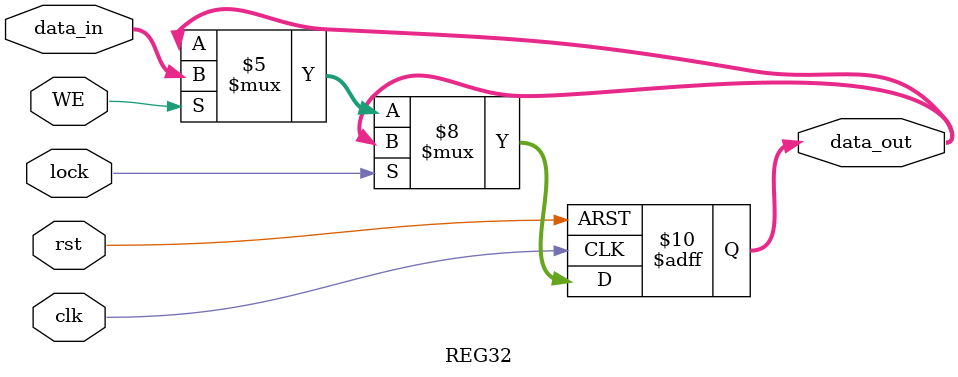
<source format=v>
`timescale 1ns / 1ps


module REG32(
    input clk,
    input rst,
    input WE,
    input lock,
    input [31:0] data_in,
    output reg[31:0] data_out
    );
    
    always @ (posedge clk or posedge rst) begin
        if (rst == 1)
            data_out <= (-4);
        else if (lock == 1)
            data_out <= data_out;
        else if (WE == 1)
            data_out <= data_in;
    end
    
endmodule

</source>
